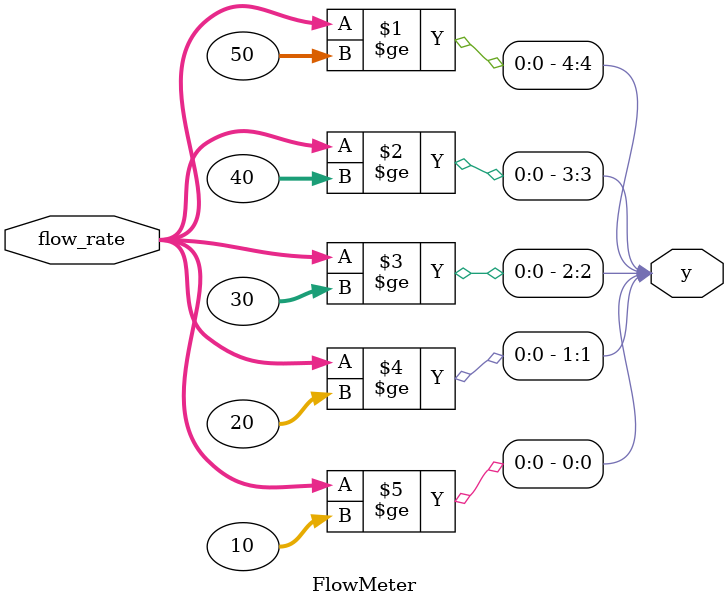
<source format=v>
module FlowMeter(input wire [4:0] flow_rate, output wire [4:0] y);

    assign y[4] = (flow_rate >= 50);
    assign y[3] = (flow_rate >= 40);
    assign y[2] = (flow_rate >= 30);
    assign y[1] = (flow_rate >= 20);
    assign y[0] = (flow_rate >= 10);

endmodule

</source>
